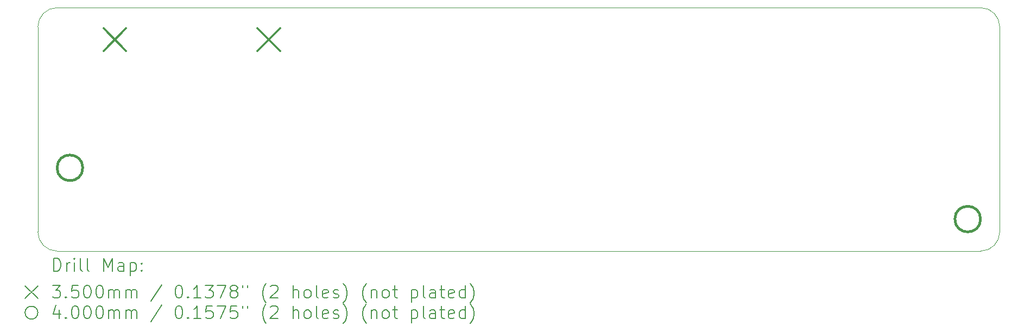
<source format=gbr>
%TF.GenerationSoftware,KiCad,Pcbnew,7.0.1*%
%TF.CreationDate,2023-10-20T10:46:18+03:00*%
%TF.ProjectId,modelh,6d6f6465-6c68-42e6-9b69-6361645f7063,v0.1*%
%TF.SameCoordinates,Original*%
%TF.FileFunction,Drillmap*%
%TF.FilePolarity,Positive*%
%FSLAX45Y45*%
G04 Gerber Fmt 4.5, Leading zero omitted, Abs format (unit mm)*
G04 Created by KiCad (PCBNEW 7.0.1) date 2023-10-20 10:46:18*
%MOMM*%
%LPD*%
G01*
G04 APERTURE LIST*
%ADD10C,0.001000*%
%ADD11C,0.200000*%
%ADD12C,0.350000*%
%ADD13C,0.400000*%
G04 APERTURE END LIST*
D10*
X6477000Y-8199000D02*
X6477000Y-4999000D01*
X21177000Y-8499000D02*
X6777000Y-8499000D01*
X6777000Y-4699000D02*
X21177000Y-4699000D01*
X21177000Y-8499000D02*
G75*
G03*
X21477000Y-8199000I0J300000D01*
G01*
X6477000Y-8199000D02*
G75*
G03*
X6777000Y-8499000I300000J0D01*
G01*
X21477000Y-4999000D02*
G75*
G03*
X21177000Y-4699000I-300000J0D01*
G01*
X6777000Y-4699000D02*
G75*
G03*
X6477000Y-4999000I0J-300000D01*
G01*
X21477000Y-4999000D02*
X21477000Y-8199000D01*
D11*
D12*
X7502000Y-5024000D02*
X7852000Y-5374000D01*
X7852000Y-5024000D02*
X7502000Y-5374000D01*
X9902000Y-5024000D02*
X10252000Y-5374000D01*
X10252000Y-5024000D02*
X9902000Y-5374000D01*
D13*
X7177000Y-7199000D02*
G75*
G03*
X7177000Y-7199000I-200000J0D01*
G01*
X21177000Y-7999000D02*
G75*
G03*
X21177000Y-7999000I-200000J0D01*
G01*
D11*
X6724569Y-8811574D02*
X6724569Y-8611574D01*
X6724569Y-8611574D02*
X6772188Y-8611574D01*
X6772188Y-8611574D02*
X6800759Y-8621098D01*
X6800759Y-8621098D02*
X6819807Y-8640145D01*
X6819807Y-8640145D02*
X6829331Y-8659193D01*
X6829331Y-8659193D02*
X6838855Y-8697288D01*
X6838855Y-8697288D02*
X6838855Y-8725860D01*
X6838855Y-8725860D02*
X6829331Y-8763955D01*
X6829331Y-8763955D02*
X6819807Y-8783002D01*
X6819807Y-8783002D02*
X6800759Y-8802050D01*
X6800759Y-8802050D02*
X6772188Y-8811574D01*
X6772188Y-8811574D02*
X6724569Y-8811574D01*
X6924569Y-8811574D02*
X6924569Y-8678240D01*
X6924569Y-8716336D02*
X6934093Y-8697288D01*
X6934093Y-8697288D02*
X6943617Y-8687764D01*
X6943617Y-8687764D02*
X6962664Y-8678240D01*
X6962664Y-8678240D02*
X6981712Y-8678240D01*
X7048378Y-8811574D02*
X7048378Y-8678240D01*
X7048378Y-8611574D02*
X7038855Y-8621098D01*
X7038855Y-8621098D02*
X7048378Y-8630621D01*
X7048378Y-8630621D02*
X7057902Y-8621098D01*
X7057902Y-8621098D02*
X7048378Y-8611574D01*
X7048378Y-8611574D02*
X7048378Y-8630621D01*
X7172188Y-8811574D02*
X7153140Y-8802050D01*
X7153140Y-8802050D02*
X7143617Y-8783002D01*
X7143617Y-8783002D02*
X7143617Y-8611574D01*
X7276950Y-8811574D02*
X7257902Y-8802050D01*
X7257902Y-8802050D02*
X7248378Y-8783002D01*
X7248378Y-8783002D02*
X7248378Y-8611574D01*
X7505521Y-8811574D02*
X7505521Y-8611574D01*
X7505521Y-8611574D02*
X7572188Y-8754431D01*
X7572188Y-8754431D02*
X7638855Y-8611574D01*
X7638855Y-8611574D02*
X7638855Y-8811574D01*
X7819807Y-8811574D02*
X7819807Y-8706812D01*
X7819807Y-8706812D02*
X7810283Y-8687764D01*
X7810283Y-8687764D02*
X7791236Y-8678240D01*
X7791236Y-8678240D02*
X7753140Y-8678240D01*
X7753140Y-8678240D02*
X7734093Y-8687764D01*
X7819807Y-8802050D02*
X7800759Y-8811574D01*
X7800759Y-8811574D02*
X7753140Y-8811574D01*
X7753140Y-8811574D02*
X7734093Y-8802050D01*
X7734093Y-8802050D02*
X7724569Y-8783002D01*
X7724569Y-8783002D02*
X7724569Y-8763955D01*
X7724569Y-8763955D02*
X7734093Y-8744907D01*
X7734093Y-8744907D02*
X7753140Y-8735383D01*
X7753140Y-8735383D02*
X7800759Y-8735383D01*
X7800759Y-8735383D02*
X7819807Y-8725860D01*
X7915045Y-8678240D02*
X7915045Y-8878240D01*
X7915045Y-8687764D02*
X7934093Y-8678240D01*
X7934093Y-8678240D02*
X7972188Y-8678240D01*
X7972188Y-8678240D02*
X7991236Y-8687764D01*
X7991236Y-8687764D02*
X8000759Y-8697288D01*
X8000759Y-8697288D02*
X8010283Y-8716336D01*
X8010283Y-8716336D02*
X8010283Y-8773479D01*
X8010283Y-8773479D02*
X8000759Y-8792526D01*
X8000759Y-8792526D02*
X7991236Y-8802050D01*
X7991236Y-8802050D02*
X7972188Y-8811574D01*
X7972188Y-8811574D02*
X7934093Y-8811574D01*
X7934093Y-8811574D02*
X7915045Y-8802050D01*
X8095998Y-8792526D02*
X8105521Y-8802050D01*
X8105521Y-8802050D02*
X8095998Y-8811574D01*
X8095998Y-8811574D02*
X8086474Y-8802050D01*
X8086474Y-8802050D02*
X8095998Y-8792526D01*
X8095998Y-8792526D02*
X8095998Y-8811574D01*
X8095998Y-8687764D02*
X8105521Y-8697288D01*
X8105521Y-8697288D02*
X8095998Y-8706812D01*
X8095998Y-8706812D02*
X8086474Y-8697288D01*
X8086474Y-8697288D02*
X8095998Y-8687764D01*
X8095998Y-8687764D02*
X8095998Y-8706812D01*
X6276950Y-9039050D02*
X6476950Y-9239050D01*
X6476950Y-9039050D02*
X6276950Y-9239050D01*
X6705521Y-9031574D02*
X6829331Y-9031574D01*
X6829331Y-9031574D02*
X6762664Y-9107764D01*
X6762664Y-9107764D02*
X6791236Y-9107764D01*
X6791236Y-9107764D02*
X6810283Y-9117288D01*
X6810283Y-9117288D02*
X6819807Y-9126812D01*
X6819807Y-9126812D02*
X6829331Y-9145860D01*
X6829331Y-9145860D02*
X6829331Y-9193479D01*
X6829331Y-9193479D02*
X6819807Y-9212526D01*
X6819807Y-9212526D02*
X6810283Y-9222050D01*
X6810283Y-9222050D02*
X6791236Y-9231574D01*
X6791236Y-9231574D02*
X6734093Y-9231574D01*
X6734093Y-9231574D02*
X6715045Y-9222050D01*
X6715045Y-9222050D02*
X6705521Y-9212526D01*
X6915045Y-9212526D02*
X6924569Y-9222050D01*
X6924569Y-9222050D02*
X6915045Y-9231574D01*
X6915045Y-9231574D02*
X6905521Y-9222050D01*
X6905521Y-9222050D02*
X6915045Y-9212526D01*
X6915045Y-9212526D02*
X6915045Y-9231574D01*
X7105521Y-9031574D02*
X7010283Y-9031574D01*
X7010283Y-9031574D02*
X7000759Y-9126812D01*
X7000759Y-9126812D02*
X7010283Y-9117288D01*
X7010283Y-9117288D02*
X7029331Y-9107764D01*
X7029331Y-9107764D02*
X7076950Y-9107764D01*
X7076950Y-9107764D02*
X7095998Y-9117288D01*
X7095998Y-9117288D02*
X7105521Y-9126812D01*
X7105521Y-9126812D02*
X7115045Y-9145860D01*
X7115045Y-9145860D02*
X7115045Y-9193479D01*
X7115045Y-9193479D02*
X7105521Y-9212526D01*
X7105521Y-9212526D02*
X7095998Y-9222050D01*
X7095998Y-9222050D02*
X7076950Y-9231574D01*
X7076950Y-9231574D02*
X7029331Y-9231574D01*
X7029331Y-9231574D02*
X7010283Y-9222050D01*
X7010283Y-9222050D02*
X7000759Y-9212526D01*
X7238855Y-9031574D02*
X7257902Y-9031574D01*
X7257902Y-9031574D02*
X7276950Y-9041098D01*
X7276950Y-9041098D02*
X7286474Y-9050621D01*
X7286474Y-9050621D02*
X7295998Y-9069669D01*
X7295998Y-9069669D02*
X7305521Y-9107764D01*
X7305521Y-9107764D02*
X7305521Y-9155383D01*
X7305521Y-9155383D02*
X7295998Y-9193479D01*
X7295998Y-9193479D02*
X7286474Y-9212526D01*
X7286474Y-9212526D02*
X7276950Y-9222050D01*
X7276950Y-9222050D02*
X7257902Y-9231574D01*
X7257902Y-9231574D02*
X7238855Y-9231574D01*
X7238855Y-9231574D02*
X7219807Y-9222050D01*
X7219807Y-9222050D02*
X7210283Y-9212526D01*
X7210283Y-9212526D02*
X7200759Y-9193479D01*
X7200759Y-9193479D02*
X7191236Y-9155383D01*
X7191236Y-9155383D02*
X7191236Y-9107764D01*
X7191236Y-9107764D02*
X7200759Y-9069669D01*
X7200759Y-9069669D02*
X7210283Y-9050621D01*
X7210283Y-9050621D02*
X7219807Y-9041098D01*
X7219807Y-9041098D02*
X7238855Y-9031574D01*
X7429331Y-9031574D02*
X7448379Y-9031574D01*
X7448379Y-9031574D02*
X7467426Y-9041098D01*
X7467426Y-9041098D02*
X7476950Y-9050621D01*
X7476950Y-9050621D02*
X7486474Y-9069669D01*
X7486474Y-9069669D02*
X7495998Y-9107764D01*
X7495998Y-9107764D02*
X7495998Y-9155383D01*
X7495998Y-9155383D02*
X7486474Y-9193479D01*
X7486474Y-9193479D02*
X7476950Y-9212526D01*
X7476950Y-9212526D02*
X7467426Y-9222050D01*
X7467426Y-9222050D02*
X7448379Y-9231574D01*
X7448379Y-9231574D02*
X7429331Y-9231574D01*
X7429331Y-9231574D02*
X7410283Y-9222050D01*
X7410283Y-9222050D02*
X7400759Y-9212526D01*
X7400759Y-9212526D02*
X7391236Y-9193479D01*
X7391236Y-9193479D02*
X7381712Y-9155383D01*
X7381712Y-9155383D02*
X7381712Y-9107764D01*
X7381712Y-9107764D02*
X7391236Y-9069669D01*
X7391236Y-9069669D02*
X7400759Y-9050621D01*
X7400759Y-9050621D02*
X7410283Y-9041098D01*
X7410283Y-9041098D02*
X7429331Y-9031574D01*
X7581712Y-9231574D02*
X7581712Y-9098240D01*
X7581712Y-9117288D02*
X7591236Y-9107764D01*
X7591236Y-9107764D02*
X7610283Y-9098240D01*
X7610283Y-9098240D02*
X7638855Y-9098240D01*
X7638855Y-9098240D02*
X7657902Y-9107764D01*
X7657902Y-9107764D02*
X7667426Y-9126812D01*
X7667426Y-9126812D02*
X7667426Y-9231574D01*
X7667426Y-9126812D02*
X7676950Y-9107764D01*
X7676950Y-9107764D02*
X7695998Y-9098240D01*
X7695998Y-9098240D02*
X7724569Y-9098240D01*
X7724569Y-9098240D02*
X7743617Y-9107764D01*
X7743617Y-9107764D02*
X7753140Y-9126812D01*
X7753140Y-9126812D02*
X7753140Y-9231574D01*
X7848379Y-9231574D02*
X7848379Y-9098240D01*
X7848379Y-9117288D02*
X7857902Y-9107764D01*
X7857902Y-9107764D02*
X7876950Y-9098240D01*
X7876950Y-9098240D02*
X7905521Y-9098240D01*
X7905521Y-9098240D02*
X7924569Y-9107764D01*
X7924569Y-9107764D02*
X7934093Y-9126812D01*
X7934093Y-9126812D02*
X7934093Y-9231574D01*
X7934093Y-9126812D02*
X7943617Y-9107764D01*
X7943617Y-9107764D02*
X7962664Y-9098240D01*
X7962664Y-9098240D02*
X7991236Y-9098240D01*
X7991236Y-9098240D02*
X8010283Y-9107764D01*
X8010283Y-9107764D02*
X8019807Y-9126812D01*
X8019807Y-9126812D02*
X8019807Y-9231574D01*
X8410283Y-9022050D02*
X8238855Y-9279193D01*
X8667426Y-9031574D02*
X8686474Y-9031574D01*
X8686474Y-9031574D02*
X8705522Y-9041098D01*
X8705522Y-9041098D02*
X8715045Y-9050621D01*
X8715045Y-9050621D02*
X8724569Y-9069669D01*
X8724569Y-9069669D02*
X8734093Y-9107764D01*
X8734093Y-9107764D02*
X8734093Y-9155383D01*
X8734093Y-9155383D02*
X8724569Y-9193479D01*
X8724569Y-9193479D02*
X8715045Y-9212526D01*
X8715045Y-9212526D02*
X8705522Y-9222050D01*
X8705522Y-9222050D02*
X8686474Y-9231574D01*
X8686474Y-9231574D02*
X8667426Y-9231574D01*
X8667426Y-9231574D02*
X8648379Y-9222050D01*
X8648379Y-9222050D02*
X8638855Y-9212526D01*
X8638855Y-9212526D02*
X8629331Y-9193479D01*
X8629331Y-9193479D02*
X8619807Y-9155383D01*
X8619807Y-9155383D02*
X8619807Y-9107764D01*
X8619807Y-9107764D02*
X8629331Y-9069669D01*
X8629331Y-9069669D02*
X8638855Y-9050621D01*
X8638855Y-9050621D02*
X8648379Y-9041098D01*
X8648379Y-9041098D02*
X8667426Y-9031574D01*
X8819807Y-9212526D02*
X8829331Y-9222050D01*
X8829331Y-9222050D02*
X8819807Y-9231574D01*
X8819807Y-9231574D02*
X8810284Y-9222050D01*
X8810284Y-9222050D02*
X8819807Y-9212526D01*
X8819807Y-9212526D02*
X8819807Y-9231574D01*
X9019807Y-9231574D02*
X8905522Y-9231574D01*
X8962664Y-9231574D02*
X8962664Y-9031574D01*
X8962664Y-9031574D02*
X8943617Y-9060145D01*
X8943617Y-9060145D02*
X8924569Y-9079193D01*
X8924569Y-9079193D02*
X8905522Y-9088717D01*
X9086474Y-9031574D02*
X9210284Y-9031574D01*
X9210284Y-9031574D02*
X9143617Y-9107764D01*
X9143617Y-9107764D02*
X9172188Y-9107764D01*
X9172188Y-9107764D02*
X9191236Y-9117288D01*
X9191236Y-9117288D02*
X9200760Y-9126812D01*
X9200760Y-9126812D02*
X9210284Y-9145860D01*
X9210284Y-9145860D02*
X9210284Y-9193479D01*
X9210284Y-9193479D02*
X9200760Y-9212526D01*
X9200760Y-9212526D02*
X9191236Y-9222050D01*
X9191236Y-9222050D02*
X9172188Y-9231574D01*
X9172188Y-9231574D02*
X9115045Y-9231574D01*
X9115045Y-9231574D02*
X9095998Y-9222050D01*
X9095998Y-9222050D02*
X9086474Y-9212526D01*
X9276950Y-9031574D02*
X9410284Y-9031574D01*
X9410284Y-9031574D02*
X9324569Y-9231574D01*
X9515045Y-9117288D02*
X9495998Y-9107764D01*
X9495998Y-9107764D02*
X9486474Y-9098240D01*
X9486474Y-9098240D02*
X9476950Y-9079193D01*
X9476950Y-9079193D02*
X9476950Y-9069669D01*
X9476950Y-9069669D02*
X9486474Y-9050621D01*
X9486474Y-9050621D02*
X9495998Y-9041098D01*
X9495998Y-9041098D02*
X9515045Y-9031574D01*
X9515045Y-9031574D02*
X9553141Y-9031574D01*
X9553141Y-9031574D02*
X9572188Y-9041098D01*
X9572188Y-9041098D02*
X9581712Y-9050621D01*
X9581712Y-9050621D02*
X9591236Y-9069669D01*
X9591236Y-9069669D02*
X9591236Y-9079193D01*
X9591236Y-9079193D02*
X9581712Y-9098240D01*
X9581712Y-9098240D02*
X9572188Y-9107764D01*
X9572188Y-9107764D02*
X9553141Y-9117288D01*
X9553141Y-9117288D02*
X9515045Y-9117288D01*
X9515045Y-9117288D02*
X9495998Y-9126812D01*
X9495998Y-9126812D02*
X9486474Y-9136336D01*
X9486474Y-9136336D02*
X9476950Y-9155383D01*
X9476950Y-9155383D02*
X9476950Y-9193479D01*
X9476950Y-9193479D02*
X9486474Y-9212526D01*
X9486474Y-9212526D02*
X9495998Y-9222050D01*
X9495998Y-9222050D02*
X9515045Y-9231574D01*
X9515045Y-9231574D02*
X9553141Y-9231574D01*
X9553141Y-9231574D02*
X9572188Y-9222050D01*
X9572188Y-9222050D02*
X9581712Y-9212526D01*
X9581712Y-9212526D02*
X9591236Y-9193479D01*
X9591236Y-9193479D02*
X9591236Y-9155383D01*
X9591236Y-9155383D02*
X9581712Y-9136336D01*
X9581712Y-9136336D02*
X9572188Y-9126812D01*
X9572188Y-9126812D02*
X9553141Y-9117288D01*
X9667426Y-9031574D02*
X9667426Y-9069669D01*
X9743617Y-9031574D02*
X9743617Y-9069669D01*
X10038855Y-9307764D02*
X10029331Y-9298240D01*
X10029331Y-9298240D02*
X10010284Y-9269669D01*
X10010284Y-9269669D02*
X10000760Y-9250621D01*
X10000760Y-9250621D02*
X9991236Y-9222050D01*
X9991236Y-9222050D02*
X9981712Y-9174431D01*
X9981712Y-9174431D02*
X9981712Y-9136336D01*
X9981712Y-9136336D02*
X9991236Y-9088717D01*
X9991236Y-9088717D02*
X10000760Y-9060145D01*
X10000760Y-9060145D02*
X10010284Y-9041098D01*
X10010284Y-9041098D02*
X10029331Y-9012526D01*
X10029331Y-9012526D02*
X10038855Y-9003002D01*
X10105522Y-9050621D02*
X10115046Y-9041098D01*
X10115046Y-9041098D02*
X10134093Y-9031574D01*
X10134093Y-9031574D02*
X10181712Y-9031574D01*
X10181712Y-9031574D02*
X10200760Y-9041098D01*
X10200760Y-9041098D02*
X10210284Y-9050621D01*
X10210284Y-9050621D02*
X10219807Y-9069669D01*
X10219807Y-9069669D02*
X10219807Y-9088717D01*
X10219807Y-9088717D02*
X10210284Y-9117288D01*
X10210284Y-9117288D02*
X10095998Y-9231574D01*
X10095998Y-9231574D02*
X10219807Y-9231574D01*
X10457903Y-9231574D02*
X10457903Y-9031574D01*
X10543617Y-9231574D02*
X10543617Y-9126812D01*
X10543617Y-9126812D02*
X10534093Y-9107764D01*
X10534093Y-9107764D02*
X10515046Y-9098240D01*
X10515046Y-9098240D02*
X10486474Y-9098240D01*
X10486474Y-9098240D02*
X10467427Y-9107764D01*
X10467427Y-9107764D02*
X10457903Y-9117288D01*
X10667427Y-9231574D02*
X10648379Y-9222050D01*
X10648379Y-9222050D02*
X10638855Y-9212526D01*
X10638855Y-9212526D02*
X10629331Y-9193479D01*
X10629331Y-9193479D02*
X10629331Y-9136336D01*
X10629331Y-9136336D02*
X10638855Y-9117288D01*
X10638855Y-9117288D02*
X10648379Y-9107764D01*
X10648379Y-9107764D02*
X10667427Y-9098240D01*
X10667427Y-9098240D02*
X10695998Y-9098240D01*
X10695998Y-9098240D02*
X10715046Y-9107764D01*
X10715046Y-9107764D02*
X10724569Y-9117288D01*
X10724569Y-9117288D02*
X10734093Y-9136336D01*
X10734093Y-9136336D02*
X10734093Y-9193479D01*
X10734093Y-9193479D02*
X10724569Y-9212526D01*
X10724569Y-9212526D02*
X10715046Y-9222050D01*
X10715046Y-9222050D02*
X10695998Y-9231574D01*
X10695998Y-9231574D02*
X10667427Y-9231574D01*
X10848379Y-9231574D02*
X10829331Y-9222050D01*
X10829331Y-9222050D02*
X10819808Y-9203002D01*
X10819808Y-9203002D02*
X10819808Y-9031574D01*
X11000760Y-9222050D02*
X10981712Y-9231574D01*
X10981712Y-9231574D02*
X10943617Y-9231574D01*
X10943617Y-9231574D02*
X10924569Y-9222050D01*
X10924569Y-9222050D02*
X10915046Y-9203002D01*
X10915046Y-9203002D02*
X10915046Y-9126812D01*
X10915046Y-9126812D02*
X10924569Y-9107764D01*
X10924569Y-9107764D02*
X10943617Y-9098240D01*
X10943617Y-9098240D02*
X10981712Y-9098240D01*
X10981712Y-9098240D02*
X11000760Y-9107764D01*
X11000760Y-9107764D02*
X11010284Y-9126812D01*
X11010284Y-9126812D02*
X11010284Y-9145860D01*
X11010284Y-9145860D02*
X10915046Y-9164907D01*
X11086474Y-9222050D02*
X11105522Y-9231574D01*
X11105522Y-9231574D02*
X11143617Y-9231574D01*
X11143617Y-9231574D02*
X11162665Y-9222050D01*
X11162665Y-9222050D02*
X11172189Y-9203002D01*
X11172189Y-9203002D02*
X11172189Y-9193479D01*
X11172189Y-9193479D02*
X11162665Y-9174431D01*
X11162665Y-9174431D02*
X11143617Y-9164907D01*
X11143617Y-9164907D02*
X11115046Y-9164907D01*
X11115046Y-9164907D02*
X11095998Y-9155383D01*
X11095998Y-9155383D02*
X11086474Y-9136336D01*
X11086474Y-9136336D02*
X11086474Y-9126812D01*
X11086474Y-9126812D02*
X11095998Y-9107764D01*
X11095998Y-9107764D02*
X11115046Y-9098240D01*
X11115046Y-9098240D02*
X11143617Y-9098240D01*
X11143617Y-9098240D02*
X11162665Y-9107764D01*
X11238855Y-9307764D02*
X11248379Y-9298240D01*
X11248379Y-9298240D02*
X11267427Y-9269669D01*
X11267427Y-9269669D02*
X11276950Y-9250621D01*
X11276950Y-9250621D02*
X11286474Y-9222050D01*
X11286474Y-9222050D02*
X11295998Y-9174431D01*
X11295998Y-9174431D02*
X11295998Y-9136336D01*
X11295998Y-9136336D02*
X11286474Y-9088717D01*
X11286474Y-9088717D02*
X11276950Y-9060145D01*
X11276950Y-9060145D02*
X11267427Y-9041098D01*
X11267427Y-9041098D02*
X11248379Y-9012526D01*
X11248379Y-9012526D02*
X11238855Y-9003002D01*
X11600760Y-9307764D02*
X11591236Y-9298240D01*
X11591236Y-9298240D02*
X11572188Y-9269669D01*
X11572188Y-9269669D02*
X11562665Y-9250621D01*
X11562665Y-9250621D02*
X11553141Y-9222050D01*
X11553141Y-9222050D02*
X11543617Y-9174431D01*
X11543617Y-9174431D02*
X11543617Y-9136336D01*
X11543617Y-9136336D02*
X11553141Y-9088717D01*
X11553141Y-9088717D02*
X11562665Y-9060145D01*
X11562665Y-9060145D02*
X11572188Y-9041098D01*
X11572188Y-9041098D02*
X11591236Y-9012526D01*
X11591236Y-9012526D02*
X11600760Y-9003002D01*
X11676950Y-9098240D02*
X11676950Y-9231574D01*
X11676950Y-9117288D02*
X11686474Y-9107764D01*
X11686474Y-9107764D02*
X11705522Y-9098240D01*
X11705522Y-9098240D02*
X11734093Y-9098240D01*
X11734093Y-9098240D02*
X11753141Y-9107764D01*
X11753141Y-9107764D02*
X11762665Y-9126812D01*
X11762665Y-9126812D02*
X11762665Y-9231574D01*
X11886474Y-9231574D02*
X11867427Y-9222050D01*
X11867427Y-9222050D02*
X11857903Y-9212526D01*
X11857903Y-9212526D02*
X11848379Y-9193479D01*
X11848379Y-9193479D02*
X11848379Y-9136336D01*
X11848379Y-9136336D02*
X11857903Y-9117288D01*
X11857903Y-9117288D02*
X11867427Y-9107764D01*
X11867427Y-9107764D02*
X11886474Y-9098240D01*
X11886474Y-9098240D02*
X11915046Y-9098240D01*
X11915046Y-9098240D02*
X11934093Y-9107764D01*
X11934093Y-9107764D02*
X11943617Y-9117288D01*
X11943617Y-9117288D02*
X11953141Y-9136336D01*
X11953141Y-9136336D02*
X11953141Y-9193479D01*
X11953141Y-9193479D02*
X11943617Y-9212526D01*
X11943617Y-9212526D02*
X11934093Y-9222050D01*
X11934093Y-9222050D02*
X11915046Y-9231574D01*
X11915046Y-9231574D02*
X11886474Y-9231574D01*
X12010284Y-9098240D02*
X12086474Y-9098240D01*
X12038855Y-9031574D02*
X12038855Y-9203002D01*
X12038855Y-9203002D02*
X12048379Y-9222050D01*
X12048379Y-9222050D02*
X12067427Y-9231574D01*
X12067427Y-9231574D02*
X12086474Y-9231574D01*
X12305522Y-9098240D02*
X12305522Y-9298240D01*
X12305522Y-9107764D02*
X12324569Y-9098240D01*
X12324569Y-9098240D02*
X12362665Y-9098240D01*
X12362665Y-9098240D02*
X12381712Y-9107764D01*
X12381712Y-9107764D02*
X12391236Y-9117288D01*
X12391236Y-9117288D02*
X12400760Y-9136336D01*
X12400760Y-9136336D02*
X12400760Y-9193479D01*
X12400760Y-9193479D02*
X12391236Y-9212526D01*
X12391236Y-9212526D02*
X12381712Y-9222050D01*
X12381712Y-9222050D02*
X12362665Y-9231574D01*
X12362665Y-9231574D02*
X12324569Y-9231574D01*
X12324569Y-9231574D02*
X12305522Y-9222050D01*
X12515046Y-9231574D02*
X12495998Y-9222050D01*
X12495998Y-9222050D02*
X12486474Y-9203002D01*
X12486474Y-9203002D02*
X12486474Y-9031574D01*
X12676950Y-9231574D02*
X12676950Y-9126812D01*
X12676950Y-9126812D02*
X12667427Y-9107764D01*
X12667427Y-9107764D02*
X12648379Y-9098240D01*
X12648379Y-9098240D02*
X12610284Y-9098240D01*
X12610284Y-9098240D02*
X12591236Y-9107764D01*
X12676950Y-9222050D02*
X12657903Y-9231574D01*
X12657903Y-9231574D02*
X12610284Y-9231574D01*
X12610284Y-9231574D02*
X12591236Y-9222050D01*
X12591236Y-9222050D02*
X12581712Y-9203002D01*
X12581712Y-9203002D02*
X12581712Y-9183955D01*
X12581712Y-9183955D02*
X12591236Y-9164907D01*
X12591236Y-9164907D02*
X12610284Y-9155383D01*
X12610284Y-9155383D02*
X12657903Y-9155383D01*
X12657903Y-9155383D02*
X12676950Y-9145860D01*
X12743617Y-9098240D02*
X12819808Y-9098240D01*
X12772189Y-9031574D02*
X12772189Y-9203002D01*
X12772189Y-9203002D02*
X12781712Y-9222050D01*
X12781712Y-9222050D02*
X12800760Y-9231574D01*
X12800760Y-9231574D02*
X12819808Y-9231574D01*
X12962665Y-9222050D02*
X12943617Y-9231574D01*
X12943617Y-9231574D02*
X12905522Y-9231574D01*
X12905522Y-9231574D02*
X12886474Y-9222050D01*
X12886474Y-9222050D02*
X12876950Y-9203002D01*
X12876950Y-9203002D02*
X12876950Y-9126812D01*
X12876950Y-9126812D02*
X12886474Y-9107764D01*
X12886474Y-9107764D02*
X12905522Y-9098240D01*
X12905522Y-9098240D02*
X12943617Y-9098240D01*
X12943617Y-9098240D02*
X12962665Y-9107764D01*
X12962665Y-9107764D02*
X12972189Y-9126812D01*
X12972189Y-9126812D02*
X12972189Y-9145860D01*
X12972189Y-9145860D02*
X12876950Y-9164907D01*
X13143617Y-9231574D02*
X13143617Y-9031574D01*
X13143617Y-9222050D02*
X13124570Y-9231574D01*
X13124570Y-9231574D02*
X13086474Y-9231574D01*
X13086474Y-9231574D02*
X13067427Y-9222050D01*
X13067427Y-9222050D02*
X13057903Y-9212526D01*
X13057903Y-9212526D02*
X13048379Y-9193479D01*
X13048379Y-9193479D02*
X13048379Y-9136336D01*
X13048379Y-9136336D02*
X13057903Y-9117288D01*
X13057903Y-9117288D02*
X13067427Y-9107764D01*
X13067427Y-9107764D02*
X13086474Y-9098240D01*
X13086474Y-9098240D02*
X13124570Y-9098240D01*
X13124570Y-9098240D02*
X13143617Y-9107764D01*
X13219808Y-9307764D02*
X13229331Y-9298240D01*
X13229331Y-9298240D02*
X13248379Y-9269669D01*
X13248379Y-9269669D02*
X13257903Y-9250621D01*
X13257903Y-9250621D02*
X13267427Y-9222050D01*
X13267427Y-9222050D02*
X13276950Y-9174431D01*
X13276950Y-9174431D02*
X13276950Y-9136336D01*
X13276950Y-9136336D02*
X13267427Y-9088717D01*
X13267427Y-9088717D02*
X13257903Y-9060145D01*
X13257903Y-9060145D02*
X13248379Y-9041098D01*
X13248379Y-9041098D02*
X13229331Y-9012526D01*
X13229331Y-9012526D02*
X13219808Y-9003002D01*
X6476950Y-9459050D02*
G75*
G03*
X6476950Y-9459050I-100000J0D01*
G01*
X6810283Y-9418240D02*
X6810283Y-9551574D01*
X6762664Y-9342050D02*
X6715045Y-9484907D01*
X6715045Y-9484907D02*
X6838855Y-9484907D01*
X6915045Y-9532526D02*
X6924569Y-9542050D01*
X6924569Y-9542050D02*
X6915045Y-9551574D01*
X6915045Y-9551574D02*
X6905521Y-9542050D01*
X6905521Y-9542050D02*
X6915045Y-9532526D01*
X6915045Y-9532526D02*
X6915045Y-9551574D01*
X7048378Y-9351574D02*
X7067426Y-9351574D01*
X7067426Y-9351574D02*
X7086474Y-9361098D01*
X7086474Y-9361098D02*
X7095998Y-9370621D01*
X7095998Y-9370621D02*
X7105521Y-9389669D01*
X7105521Y-9389669D02*
X7115045Y-9427764D01*
X7115045Y-9427764D02*
X7115045Y-9475383D01*
X7115045Y-9475383D02*
X7105521Y-9513479D01*
X7105521Y-9513479D02*
X7095998Y-9532526D01*
X7095998Y-9532526D02*
X7086474Y-9542050D01*
X7086474Y-9542050D02*
X7067426Y-9551574D01*
X7067426Y-9551574D02*
X7048378Y-9551574D01*
X7048378Y-9551574D02*
X7029331Y-9542050D01*
X7029331Y-9542050D02*
X7019807Y-9532526D01*
X7019807Y-9532526D02*
X7010283Y-9513479D01*
X7010283Y-9513479D02*
X7000759Y-9475383D01*
X7000759Y-9475383D02*
X7000759Y-9427764D01*
X7000759Y-9427764D02*
X7010283Y-9389669D01*
X7010283Y-9389669D02*
X7019807Y-9370621D01*
X7019807Y-9370621D02*
X7029331Y-9361098D01*
X7029331Y-9361098D02*
X7048378Y-9351574D01*
X7238855Y-9351574D02*
X7257902Y-9351574D01*
X7257902Y-9351574D02*
X7276950Y-9361098D01*
X7276950Y-9361098D02*
X7286474Y-9370621D01*
X7286474Y-9370621D02*
X7295998Y-9389669D01*
X7295998Y-9389669D02*
X7305521Y-9427764D01*
X7305521Y-9427764D02*
X7305521Y-9475383D01*
X7305521Y-9475383D02*
X7295998Y-9513479D01*
X7295998Y-9513479D02*
X7286474Y-9532526D01*
X7286474Y-9532526D02*
X7276950Y-9542050D01*
X7276950Y-9542050D02*
X7257902Y-9551574D01*
X7257902Y-9551574D02*
X7238855Y-9551574D01*
X7238855Y-9551574D02*
X7219807Y-9542050D01*
X7219807Y-9542050D02*
X7210283Y-9532526D01*
X7210283Y-9532526D02*
X7200759Y-9513479D01*
X7200759Y-9513479D02*
X7191236Y-9475383D01*
X7191236Y-9475383D02*
X7191236Y-9427764D01*
X7191236Y-9427764D02*
X7200759Y-9389669D01*
X7200759Y-9389669D02*
X7210283Y-9370621D01*
X7210283Y-9370621D02*
X7219807Y-9361098D01*
X7219807Y-9361098D02*
X7238855Y-9351574D01*
X7429331Y-9351574D02*
X7448379Y-9351574D01*
X7448379Y-9351574D02*
X7467426Y-9361098D01*
X7467426Y-9361098D02*
X7476950Y-9370621D01*
X7476950Y-9370621D02*
X7486474Y-9389669D01*
X7486474Y-9389669D02*
X7495998Y-9427764D01*
X7495998Y-9427764D02*
X7495998Y-9475383D01*
X7495998Y-9475383D02*
X7486474Y-9513479D01*
X7486474Y-9513479D02*
X7476950Y-9532526D01*
X7476950Y-9532526D02*
X7467426Y-9542050D01*
X7467426Y-9542050D02*
X7448379Y-9551574D01*
X7448379Y-9551574D02*
X7429331Y-9551574D01*
X7429331Y-9551574D02*
X7410283Y-9542050D01*
X7410283Y-9542050D02*
X7400759Y-9532526D01*
X7400759Y-9532526D02*
X7391236Y-9513479D01*
X7391236Y-9513479D02*
X7381712Y-9475383D01*
X7381712Y-9475383D02*
X7381712Y-9427764D01*
X7381712Y-9427764D02*
X7391236Y-9389669D01*
X7391236Y-9389669D02*
X7400759Y-9370621D01*
X7400759Y-9370621D02*
X7410283Y-9361098D01*
X7410283Y-9361098D02*
X7429331Y-9351574D01*
X7581712Y-9551574D02*
X7581712Y-9418240D01*
X7581712Y-9437288D02*
X7591236Y-9427764D01*
X7591236Y-9427764D02*
X7610283Y-9418240D01*
X7610283Y-9418240D02*
X7638855Y-9418240D01*
X7638855Y-9418240D02*
X7657902Y-9427764D01*
X7657902Y-9427764D02*
X7667426Y-9446812D01*
X7667426Y-9446812D02*
X7667426Y-9551574D01*
X7667426Y-9446812D02*
X7676950Y-9427764D01*
X7676950Y-9427764D02*
X7695998Y-9418240D01*
X7695998Y-9418240D02*
X7724569Y-9418240D01*
X7724569Y-9418240D02*
X7743617Y-9427764D01*
X7743617Y-9427764D02*
X7753140Y-9446812D01*
X7753140Y-9446812D02*
X7753140Y-9551574D01*
X7848379Y-9551574D02*
X7848379Y-9418240D01*
X7848379Y-9437288D02*
X7857902Y-9427764D01*
X7857902Y-9427764D02*
X7876950Y-9418240D01*
X7876950Y-9418240D02*
X7905521Y-9418240D01*
X7905521Y-9418240D02*
X7924569Y-9427764D01*
X7924569Y-9427764D02*
X7934093Y-9446812D01*
X7934093Y-9446812D02*
X7934093Y-9551574D01*
X7934093Y-9446812D02*
X7943617Y-9427764D01*
X7943617Y-9427764D02*
X7962664Y-9418240D01*
X7962664Y-9418240D02*
X7991236Y-9418240D01*
X7991236Y-9418240D02*
X8010283Y-9427764D01*
X8010283Y-9427764D02*
X8019807Y-9446812D01*
X8019807Y-9446812D02*
X8019807Y-9551574D01*
X8410283Y-9342050D02*
X8238855Y-9599193D01*
X8667426Y-9351574D02*
X8686474Y-9351574D01*
X8686474Y-9351574D02*
X8705522Y-9361098D01*
X8705522Y-9361098D02*
X8715045Y-9370621D01*
X8715045Y-9370621D02*
X8724569Y-9389669D01*
X8724569Y-9389669D02*
X8734093Y-9427764D01*
X8734093Y-9427764D02*
X8734093Y-9475383D01*
X8734093Y-9475383D02*
X8724569Y-9513479D01*
X8724569Y-9513479D02*
X8715045Y-9532526D01*
X8715045Y-9532526D02*
X8705522Y-9542050D01*
X8705522Y-9542050D02*
X8686474Y-9551574D01*
X8686474Y-9551574D02*
X8667426Y-9551574D01*
X8667426Y-9551574D02*
X8648379Y-9542050D01*
X8648379Y-9542050D02*
X8638855Y-9532526D01*
X8638855Y-9532526D02*
X8629331Y-9513479D01*
X8629331Y-9513479D02*
X8619807Y-9475383D01*
X8619807Y-9475383D02*
X8619807Y-9427764D01*
X8619807Y-9427764D02*
X8629331Y-9389669D01*
X8629331Y-9389669D02*
X8638855Y-9370621D01*
X8638855Y-9370621D02*
X8648379Y-9361098D01*
X8648379Y-9361098D02*
X8667426Y-9351574D01*
X8819807Y-9532526D02*
X8829331Y-9542050D01*
X8829331Y-9542050D02*
X8819807Y-9551574D01*
X8819807Y-9551574D02*
X8810284Y-9542050D01*
X8810284Y-9542050D02*
X8819807Y-9532526D01*
X8819807Y-9532526D02*
X8819807Y-9551574D01*
X9019807Y-9551574D02*
X8905522Y-9551574D01*
X8962664Y-9551574D02*
X8962664Y-9351574D01*
X8962664Y-9351574D02*
X8943617Y-9380145D01*
X8943617Y-9380145D02*
X8924569Y-9399193D01*
X8924569Y-9399193D02*
X8905522Y-9408717D01*
X9200760Y-9351574D02*
X9105522Y-9351574D01*
X9105522Y-9351574D02*
X9095998Y-9446812D01*
X9095998Y-9446812D02*
X9105522Y-9437288D01*
X9105522Y-9437288D02*
X9124569Y-9427764D01*
X9124569Y-9427764D02*
X9172188Y-9427764D01*
X9172188Y-9427764D02*
X9191236Y-9437288D01*
X9191236Y-9437288D02*
X9200760Y-9446812D01*
X9200760Y-9446812D02*
X9210284Y-9465860D01*
X9210284Y-9465860D02*
X9210284Y-9513479D01*
X9210284Y-9513479D02*
X9200760Y-9532526D01*
X9200760Y-9532526D02*
X9191236Y-9542050D01*
X9191236Y-9542050D02*
X9172188Y-9551574D01*
X9172188Y-9551574D02*
X9124569Y-9551574D01*
X9124569Y-9551574D02*
X9105522Y-9542050D01*
X9105522Y-9542050D02*
X9095998Y-9532526D01*
X9276950Y-9351574D02*
X9410284Y-9351574D01*
X9410284Y-9351574D02*
X9324569Y-9551574D01*
X9581712Y-9351574D02*
X9486474Y-9351574D01*
X9486474Y-9351574D02*
X9476950Y-9446812D01*
X9476950Y-9446812D02*
X9486474Y-9437288D01*
X9486474Y-9437288D02*
X9505522Y-9427764D01*
X9505522Y-9427764D02*
X9553141Y-9427764D01*
X9553141Y-9427764D02*
X9572188Y-9437288D01*
X9572188Y-9437288D02*
X9581712Y-9446812D01*
X9581712Y-9446812D02*
X9591236Y-9465860D01*
X9591236Y-9465860D02*
X9591236Y-9513479D01*
X9591236Y-9513479D02*
X9581712Y-9532526D01*
X9581712Y-9532526D02*
X9572188Y-9542050D01*
X9572188Y-9542050D02*
X9553141Y-9551574D01*
X9553141Y-9551574D02*
X9505522Y-9551574D01*
X9505522Y-9551574D02*
X9486474Y-9542050D01*
X9486474Y-9542050D02*
X9476950Y-9532526D01*
X9667426Y-9351574D02*
X9667426Y-9389669D01*
X9743617Y-9351574D02*
X9743617Y-9389669D01*
X10038855Y-9627764D02*
X10029331Y-9618240D01*
X10029331Y-9618240D02*
X10010284Y-9589669D01*
X10010284Y-9589669D02*
X10000760Y-9570621D01*
X10000760Y-9570621D02*
X9991236Y-9542050D01*
X9991236Y-9542050D02*
X9981712Y-9494431D01*
X9981712Y-9494431D02*
X9981712Y-9456336D01*
X9981712Y-9456336D02*
X9991236Y-9408717D01*
X9991236Y-9408717D02*
X10000760Y-9380145D01*
X10000760Y-9380145D02*
X10010284Y-9361098D01*
X10010284Y-9361098D02*
X10029331Y-9332526D01*
X10029331Y-9332526D02*
X10038855Y-9323002D01*
X10105522Y-9370621D02*
X10115046Y-9361098D01*
X10115046Y-9361098D02*
X10134093Y-9351574D01*
X10134093Y-9351574D02*
X10181712Y-9351574D01*
X10181712Y-9351574D02*
X10200760Y-9361098D01*
X10200760Y-9361098D02*
X10210284Y-9370621D01*
X10210284Y-9370621D02*
X10219807Y-9389669D01*
X10219807Y-9389669D02*
X10219807Y-9408717D01*
X10219807Y-9408717D02*
X10210284Y-9437288D01*
X10210284Y-9437288D02*
X10095998Y-9551574D01*
X10095998Y-9551574D02*
X10219807Y-9551574D01*
X10457903Y-9551574D02*
X10457903Y-9351574D01*
X10543617Y-9551574D02*
X10543617Y-9446812D01*
X10543617Y-9446812D02*
X10534093Y-9427764D01*
X10534093Y-9427764D02*
X10515046Y-9418240D01*
X10515046Y-9418240D02*
X10486474Y-9418240D01*
X10486474Y-9418240D02*
X10467427Y-9427764D01*
X10467427Y-9427764D02*
X10457903Y-9437288D01*
X10667427Y-9551574D02*
X10648379Y-9542050D01*
X10648379Y-9542050D02*
X10638855Y-9532526D01*
X10638855Y-9532526D02*
X10629331Y-9513479D01*
X10629331Y-9513479D02*
X10629331Y-9456336D01*
X10629331Y-9456336D02*
X10638855Y-9437288D01*
X10638855Y-9437288D02*
X10648379Y-9427764D01*
X10648379Y-9427764D02*
X10667427Y-9418240D01*
X10667427Y-9418240D02*
X10695998Y-9418240D01*
X10695998Y-9418240D02*
X10715046Y-9427764D01*
X10715046Y-9427764D02*
X10724569Y-9437288D01*
X10724569Y-9437288D02*
X10734093Y-9456336D01*
X10734093Y-9456336D02*
X10734093Y-9513479D01*
X10734093Y-9513479D02*
X10724569Y-9532526D01*
X10724569Y-9532526D02*
X10715046Y-9542050D01*
X10715046Y-9542050D02*
X10695998Y-9551574D01*
X10695998Y-9551574D02*
X10667427Y-9551574D01*
X10848379Y-9551574D02*
X10829331Y-9542050D01*
X10829331Y-9542050D02*
X10819808Y-9523002D01*
X10819808Y-9523002D02*
X10819808Y-9351574D01*
X11000760Y-9542050D02*
X10981712Y-9551574D01*
X10981712Y-9551574D02*
X10943617Y-9551574D01*
X10943617Y-9551574D02*
X10924569Y-9542050D01*
X10924569Y-9542050D02*
X10915046Y-9523002D01*
X10915046Y-9523002D02*
X10915046Y-9446812D01*
X10915046Y-9446812D02*
X10924569Y-9427764D01*
X10924569Y-9427764D02*
X10943617Y-9418240D01*
X10943617Y-9418240D02*
X10981712Y-9418240D01*
X10981712Y-9418240D02*
X11000760Y-9427764D01*
X11000760Y-9427764D02*
X11010284Y-9446812D01*
X11010284Y-9446812D02*
X11010284Y-9465860D01*
X11010284Y-9465860D02*
X10915046Y-9484907D01*
X11086474Y-9542050D02*
X11105522Y-9551574D01*
X11105522Y-9551574D02*
X11143617Y-9551574D01*
X11143617Y-9551574D02*
X11162665Y-9542050D01*
X11162665Y-9542050D02*
X11172189Y-9523002D01*
X11172189Y-9523002D02*
X11172189Y-9513479D01*
X11172189Y-9513479D02*
X11162665Y-9494431D01*
X11162665Y-9494431D02*
X11143617Y-9484907D01*
X11143617Y-9484907D02*
X11115046Y-9484907D01*
X11115046Y-9484907D02*
X11095998Y-9475383D01*
X11095998Y-9475383D02*
X11086474Y-9456336D01*
X11086474Y-9456336D02*
X11086474Y-9446812D01*
X11086474Y-9446812D02*
X11095998Y-9427764D01*
X11095998Y-9427764D02*
X11115046Y-9418240D01*
X11115046Y-9418240D02*
X11143617Y-9418240D01*
X11143617Y-9418240D02*
X11162665Y-9427764D01*
X11238855Y-9627764D02*
X11248379Y-9618240D01*
X11248379Y-9618240D02*
X11267427Y-9589669D01*
X11267427Y-9589669D02*
X11276950Y-9570621D01*
X11276950Y-9570621D02*
X11286474Y-9542050D01*
X11286474Y-9542050D02*
X11295998Y-9494431D01*
X11295998Y-9494431D02*
X11295998Y-9456336D01*
X11295998Y-9456336D02*
X11286474Y-9408717D01*
X11286474Y-9408717D02*
X11276950Y-9380145D01*
X11276950Y-9380145D02*
X11267427Y-9361098D01*
X11267427Y-9361098D02*
X11248379Y-9332526D01*
X11248379Y-9332526D02*
X11238855Y-9323002D01*
X11600760Y-9627764D02*
X11591236Y-9618240D01*
X11591236Y-9618240D02*
X11572188Y-9589669D01*
X11572188Y-9589669D02*
X11562665Y-9570621D01*
X11562665Y-9570621D02*
X11553141Y-9542050D01*
X11553141Y-9542050D02*
X11543617Y-9494431D01*
X11543617Y-9494431D02*
X11543617Y-9456336D01*
X11543617Y-9456336D02*
X11553141Y-9408717D01*
X11553141Y-9408717D02*
X11562665Y-9380145D01*
X11562665Y-9380145D02*
X11572188Y-9361098D01*
X11572188Y-9361098D02*
X11591236Y-9332526D01*
X11591236Y-9332526D02*
X11600760Y-9323002D01*
X11676950Y-9418240D02*
X11676950Y-9551574D01*
X11676950Y-9437288D02*
X11686474Y-9427764D01*
X11686474Y-9427764D02*
X11705522Y-9418240D01*
X11705522Y-9418240D02*
X11734093Y-9418240D01*
X11734093Y-9418240D02*
X11753141Y-9427764D01*
X11753141Y-9427764D02*
X11762665Y-9446812D01*
X11762665Y-9446812D02*
X11762665Y-9551574D01*
X11886474Y-9551574D02*
X11867427Y-9542050D01*
X11867427Y-9542050D02*
X11857903Y-9532526D01*
X11857903Y-9532526D02*
X11848379Y-9513479D01*
X11848379Y-9513479D02*
X11848379Y-9456336D01*
X11848379Y-9456336D02*
X11857903Y-9437288D01*
X11857903Y-9437288D02*
X11867427Y-9427764D01*
X11867427Y-9427764D02*
X11886474Y-9418240D01*
X11886474Y-9418240D02*
X11915046Y-9418240D01*
X11915046Y-9418240D02*
X11934093Y-9427764D01*
X11934093Y-9427764D02*
X11943617Y-9437288D01*
X11943617Y-9437288D02*
X11953141Y-9456336D01*
X11953141Y-9456336D02*
X11953141Y-9513479D01*
X11953141Y-9513479D02*
X11943617Y-9532526D01*
X11943617Y-9532526D02*
X11934093Y-9542050D01*
X11934093Y-9542050D02*
X11915046Y-9551574D01*
X11915046Y-9551574D02*
X11886474Y-9551574D01*
X12010284Y-9418240D02*
X12086474Y-9418240D01*
X12038855Y-9351574D02*
X12038855Y-9523002D01*
X12038855Y-9523002D02*
X12048379Y-9542050D01*
X12048379Y-9542050D02*
X12067427Y-9551574D01*
X12067427Y-9551574D02*
X12086474Y-9551574D01*
X12305522Y-9418240D02*
X12305522Y-9618240D01*
X12305522Y-9427764D02*
X12324569Y-9418240D01*
X12324569Y-9418240D02*
X12362665Y-9418240D01*
X12362665Y-9418240D02*
X12381712Y-9427764D01*
X12381712Y-9427764D02*
X12391236Y-9437288D01*
X12391236Y-9437288D02*
X12400760Y-9456336D01*
X12400760Y-9456336D02*
X12400760Y-9513479D01*
X12400760Y-9513479D02*
X12391236Y-9532526D01*
X12391236Y-9532526D02*
X12381712Y-9542050D01*
X12381712Y-9542050D02*
X12362665Y-9551574D01*
X12362665Y-9551574D02*
X12324569Y-9551574D01*
X12324569Y-9551574D02*
X12305522Y-9542050D01*
X12515046Y-9551574D02*
X12495998Y-9542050D01*
X12495998Y-9542050D02*
X12486474Y-9523002D01*
X12486474Y-9523002D02*
X12486474Y-9351574D01*
X12676950Y-9551574D02*
X12676950Y-9446812D01*
X12676950Y-9446812D02*
X12667427Y-9427764D01*
X12667427Y-9427764D02*
X12648379Y-9418240D01*
X12648379Y-9418240D02*
X12610284Y-9418240D01*
X12610284Y-9418240D02*
X12591236Y-9427764D01*
X12676950Y-9542050D02*
X12657903Y-9551574D01*
X12657903Y-9551574D02*
X12610284Y-9551574D01*
X12610284Y-9551574D02*
X12591236Y-9542050D01*
X12591236Y-9542050D02*
X12581712Y-9523002D01*
X12581712Y-9523002D02*
X12581712Y-9503955D01*
X12581712Y-9503955D02*
X12591236Y-9484907D01*
X12591236Y-9484907D02*
X12610284Y-9475383D01*
X12610284Y-9475383D02*
X12657903Y-9475383D01*
X12657903Y-9475383D02*
X12676950Y-9465860D01*
X12743617Y-9418240D02*
X12819808Y-9418240D01*
X12772189Y-9351574D02*
X12772189Y-9523002D01*
X12772189Y-9523002D02*
X12781712Y-9542050D01*
X12781712Y-9542050D02*
X12800760Y-9551574D01*
X12800760Y-9551574D02*
X12819808Y-9551574D01*
X12962665Y-9542050D02*
X12943617Y-9551574D01*
X12943617Y-9551574D02*
X12905522Y-9551574D01*
X12905522Y-9551574D02*
X12886474Y-9542050D01*
X12886474Y-9542050D02*
X12876950Y-9523002D01*
X12876950Y-9523002D02*
X12876950Y-9446812D01*
X12876950Y-9446812D02*
X12886474Y-9427764D01*
X12886474Y-9427764D02*
X12905522Y-9418240D01*
X12905522Y-9418240D02*
X12943617Y-9418240D01*
X12943617Y-9418240D02*
X12962665Y-9427764D01*
X12962665Y-9427764D02*
X12972189Y-9446812D01*
X12972189Y-9446812D02*
X12972189Y-9465860D01*
X12972189Y-9465860D02*
X12876950Y-9484907D01*
X13143617Y-9551574D02*
X13143617Y-9351574D01*
X13143617Y-9542050D02*
X13124570Y-9551574D01*
X13124570Y-9551574D02*
X13086474Y-9551574D01*
X13086474Y-9551574D02*
X13067427Y-9542050D01*
X13067427Y-9542050D02*
X13057903Y-9532526D01*
X13057903Y-9532526D02*
X13048379Y-9513479D01*
X13048379Y-9513479D02*
X13048379Y-9456336D01*
X13048379Y-9456336D02*
X13057903Y-9437288D01*
X13057903Y-9437288D02*
X13067427Y-9427764D01*
X13067427Y-9427764D02*
X13086474Y-9418240D01*
X13086474Y-9418240D02*
X13124570Y-9418240D01*
X13124570Y-9418240D02*
X13143617Y-9427764D01*
X13219808Y-9627764D02*
X13229331Y-9618240D01*
X13229331Y-9618240D02*
X13248379Y-9589669D01*
X13248379Y-9589669D02*
X13257903Y-9570621D01*
X13257903Y-9570621D02*
X13267427Y-9542050D01*
X13267427Y-9542050D02*
X13276950Y-9494431D01*
X13276950Y-9494431D02*
X13276950Y-9456336D01*
X13276950Y-9456336D02*
X13267427Y-9408717D01*
X13267427Y-9408717D02*
X13257903Y-9380145D01*
X13257903Y-9380145D02*
X13248379Y-9361098D01*
X13248379Y-9361098D02*
X13229331Y-9332526D01*
X13229331Y-9332526D02*
X13219808Y-9323002D01*
M02*

</source>
